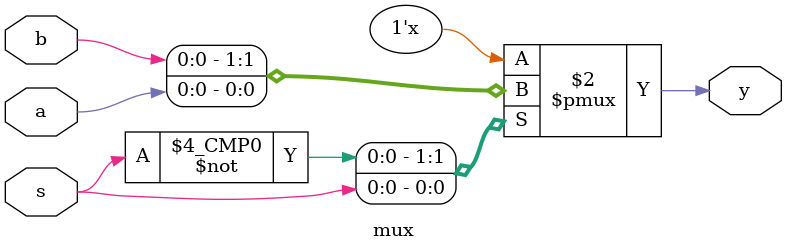
<source format=v>
module mux(a,b,s,y);
input a,b,s;
output y;
wire a,b,s;
reg y;
always @*
begin
case(s)
	1'b0 : y=b;
	1'b1 : y=a;
endcase
end
endmodule

</source>
